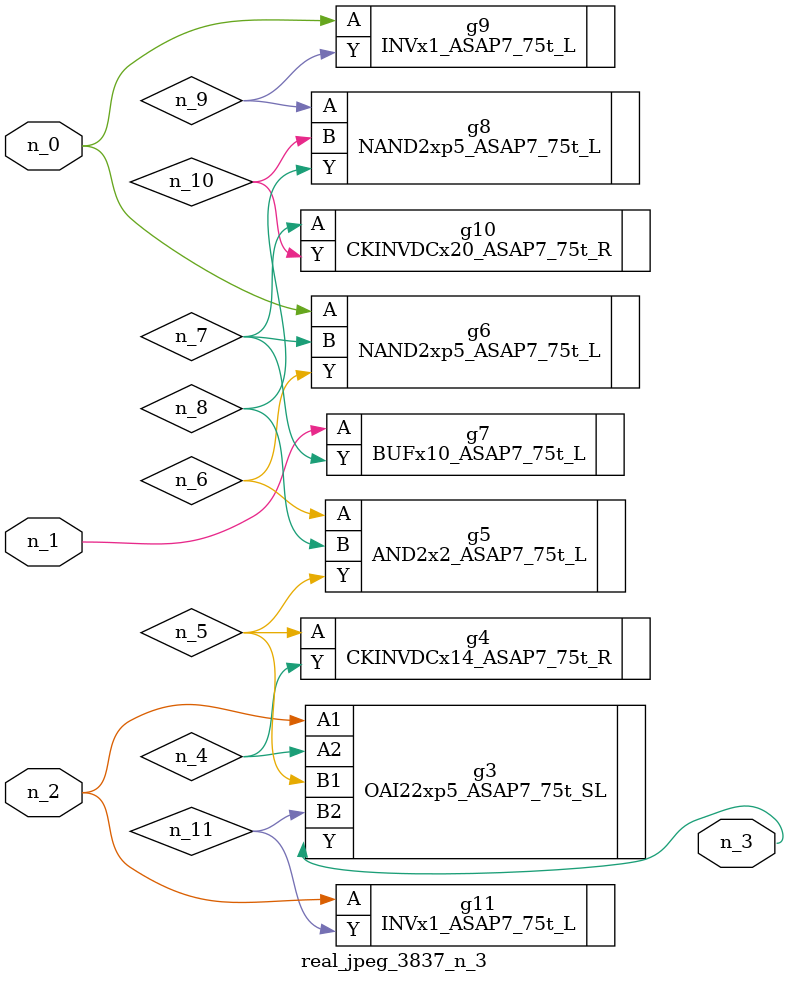
<source format=v>
module real_jpeg_3837_n_3 (n_1, n_0, n_2, n_3);

input n_1;
input n_0;
input n_2;

output n_3;

wire n_5;
wire n_4;
wire n_8;
wire n_11;
wire n_6;
wire n_7;
wire n_10;
wire n_9;

NAND2xp5_ASAP7_75t_L g6 ( 
.A(n_0),
.B(n_7),
.Y(n_6)
);

INVx1_ASAP7_75t_L g9 ( 
.A(n_0),
.Y(n_9)
);

BUFx10_ASAP7_75t_L g7 ( 
.A(n_1),
.Y(n_7)
);

OAI22xp5_ASAP7_75t_SL g3 ( 
.A1(n_2),
.A2(n_4),
.B1(n_5),
.B2(n_11),
.Y(n_3)
);

INVx1_ASAP7_75t_L g11 ( 
.A(n_2),
.Y(n_11)
);

CKINVDCx14_ASAP7_75t_R g4 ( 
.A(n_5),
.Y(n_4)
);

AND2x2_ASAP7_75t_L g5 ( 
.A(n_6),
.B(n_8),
.Y(n_5)
);

CKINVDCx20_ASAP7_75t_R g10 ( 
.A(n_7),
.Y(n_10)
);

NAND2xp5_ASAP7_75t_L g8 ( 
.A(n_9),
.B(n_10),
.Y(n_8)
);


endmodule
</source>
